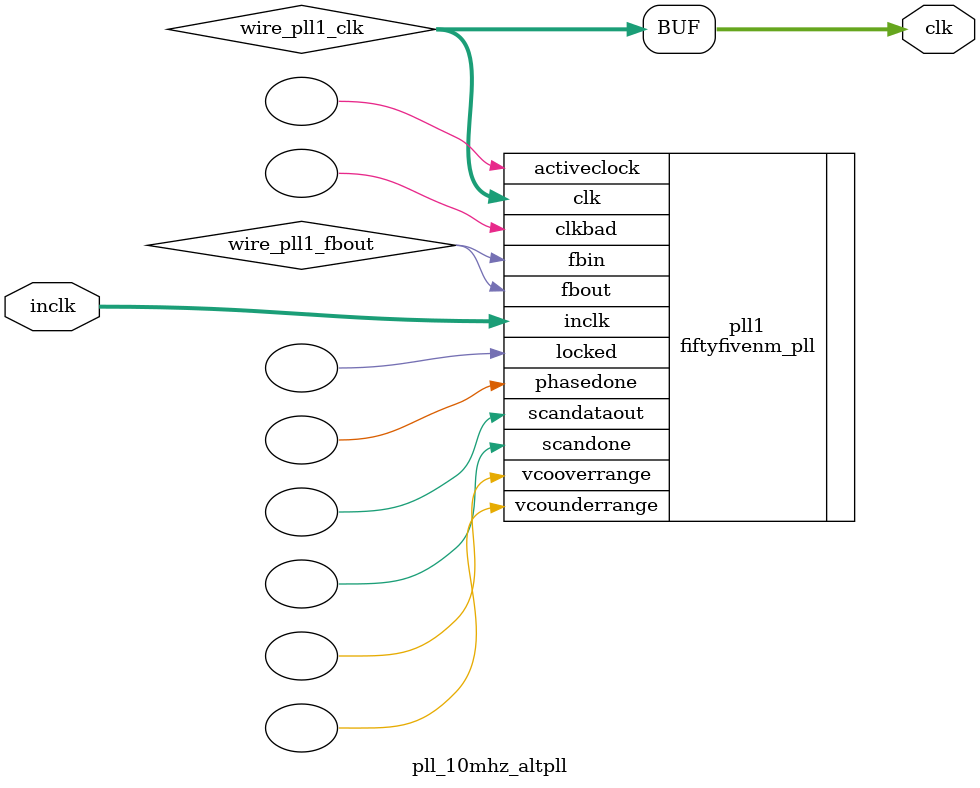
<source format=v>






//synthesis_resources = fiftyfivenm_pll 1 
//synopsys translate_off
`timescale 1 ps / 1 ps
//synopsys translate_on
module  pll_10mhz_altpll
	( 
	clk,
	inclk) /* synthesis synthesis_clearbox=1 */;
	output   [4:0]  clk;
	input   [1:0]  inclk;
`ifndef ALTERA_RESERVED_QIS
// synopsys translate_off
`endif
	tri0   [1:0]  inclk;
`ifndef ALTERA_RESERVED_QIS
// synopsys translate_on
`endif

	wire  [4:0]   wire_pll1_clk;
	wire  wire_pll1_fbout;

	fiftyfivenm_pll   pll1
	( 
	.activeclock(),
	.clk(wire_pll1_clk),
	.clkbad(),
	.fbin(wire_pll1_fbout),
	.fbout(wire_pll1_fbout),
	.inclk(inclk),
	.locked(),
	.phasedone(),
	.scandataout(),
	.scandone(),
	.vcooverrange(),
	.vcounderrange()
	`ifndef FORMAL_VERIFICATION
	// synopsys translate_off
	`endif
	,
	.areset(1'b0),
	.clkswitch(1'b0),
	.configupdate(1'b0),
	.pfdena(1'b1),
	.phasecounterselect({3{1'b0}}),
	.phasestep(1'b0),
	.phaseupdown(1'b0),
	.scanclk(1'b0),
	.scanclkena(1'b1),
	.scandata(1'b0)
	`ifndef FORMAL_VERIFICATION
	// synopsys translate_on
	`endif
	);
	defparam
		pll1.bandwidth_type = "auto",
		pll1.clk0_divide_by = 5,
		pll1.clk0_duty_cycle = 50,
		pll1.clk0_multiply_by = 1,
		pll1.clk0_phase_shift = "0",
		pll1.compensate_clock = "clk0",
		pll1.inclk0_input_frequency = 20000,
		pll1.operation_mode = "normal",
		pll1.pll_type = "auto",
		pll1.lpm_type = "fiftyfivenm_pll";
	assign
		clk = {wire_pll1_clk[4:0]};
endmodule //pll_10mhz_altpll
//VALID FILE

</source>
